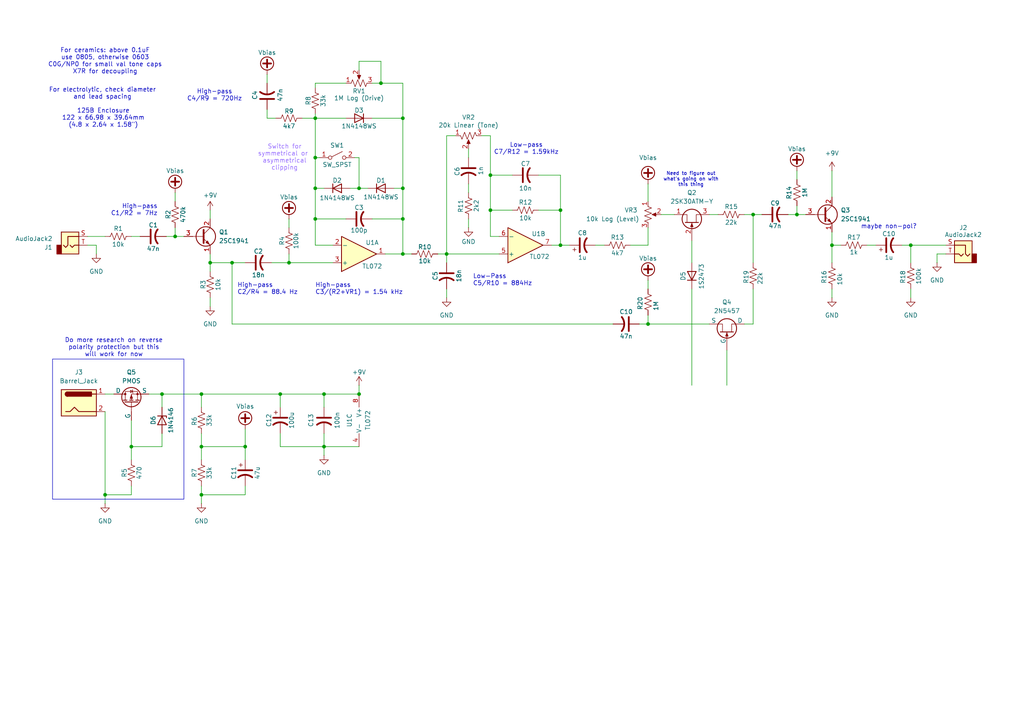
<source format=kicad_sch>
(kicad_sch (version 20250114) (generator "eeschema") (generator_version "9.0")
  (paper "A4")
  (lib_symbols
    (symbol "Amplifier_Operational:TL072" (pin_names (offset 0.127))
      (property "Reference" "U" (at 0 5.08 0))
      (property "Value" "TL072" (at 0 -5.08 0))
      (symbol "TL072_1_1"
        (polyline (pts (xy -5.08 5.08) (xy 5.08 0) (xy -5.08 -5.08) (xy -5.08 5.08)) (stroke (width 0.254)) (fill (type background)))
        (pin input line (at -7.62 2.54 0) (length 2.54) (name "+") (number "3"))
        (pin input line (at -7.62 -2.54 0) (length 2.54) (name "-") (number "2"))
        (pin output line (at 7.62 0 180) (length 2.54) (name "~") (number "1"))
      )
      (symbol "TL072_2_1"
        (polyline (pts (xy -5.08 5.08) (xy 5.08 0) (xy -5.08 -5.08) (xy -5.08 5.08)) (stroke (width 0.254)) (fill (type background)))
        (pin input line (at -7.62 2.54 0) (length 2.54) (name "+") (number "5"))
        (pin input line (at -7.62 -2.54 0) (length 2.54) (name "-") (number "6"))
        (pin output line (at 7.62 0 180) (length 2.54) (name "~") (number "7"))
      )
      (symbol "TL072_3_1"
        (pin power_in line (at -2.54 7.62 270) (length 3.81) (name "V+") (number "8"))
        (pin power_in line (at -2.54 -7.62 90) (length 3.81) (name "V-") (number "4"))
      )
    )
    (symbol "Connector:Barrel_Jack" (pin_names (offset 1.016))
      (property "Reference" "J" (at 0 5.334 0))
      (property "Value" "Barrel_Jack" (at 0 -5.08 0))
      (symbol "Barrel_Jack_0_1"
        (rectangle (start -5.08 3.81) (end 5.08 -3.81) (stroke (width 0.254)) (fill (type background)))
        (polyline (pts (xy -3.81 -2.54) (xy -2.54 -2.54) (xy -1.27 -1.27) (xy 0 -2.54) (xy 2.54 -2.54) (xy 5.08 -2.54)) (stroke (width 0.254)))
        (arc (start -3.302 1.905) (mid -3.9343 2.54) (end -3.302 3.175) (stroke (width 0.254)))
        (arc (start -3.302 1.905) (mid -3.9343 2.54) (end -3.302 3.175) (stroke (width 0.254)) (fill (type outline)))
        (rectangle (start 3.683 3.175) (end -3.302 1.905) (stroke (width 0.254)) (fill (type outline)))
        (polyline (pts (xy 5.08 2.54) (xy 3.81 2.54)) (stroke (width 0.254)))
      )
      (symbol "Barrel_Jack_1_1"
        (pin passive line (at 7.62 2.54 180) (length 2.54) (name "~") (number "1"))
        (pin passive line (at 7.62 -2.54 180) (length 2.54) (name "~") (number "2"))
      )
    )
    (symbol "Connector_Audio:AudioJack2"
      (property "Reference" "J" (at 0 8.89 0))
      (property "Value" "AudioJack2" (at 0 6.35 0))
      (symbol "AudioJack2_0_1"
        (rectangle (start -3.81 0) (end -2.54 -2.54) (stroke (width 0.254)) (fill (type outline)))
        (rectangle (start -2.54 3.81) (end 2.54 -2.54) (stroke (width 0.254)) (fill (type background)))
        (polyline (pts (xy 0 0) (xy 0.635 -0.635) (xy 1.27 0) (xy 2.54 0)) (stroke (width 0.254)))
        (polyline (pts (xy 2.54 2.54) (xy -0.635 2.54) (xy -0.635 0) (xy -1.27 -0.635) (xy -1.905 0)) (stroke (width 0.254)))
      )
      (symbol "AudioJack2_1_1"
        (pin passive line (at 5.08 2.54 180) (length 2.54) (name "~") (number "S"))
        (pin passive line (at 5.08 0 180) (length 2.54) (name "~") (number "T"))
      )
    )
    (symbol "Device:C_Polarized_US" (pin_numbers (hide yes)) (pin_names (offset 0.254) (hide yes))
      (property "Reference" "C" (at 0.635 2.54 0))
      (property "Value" "C_Polarized_US" (at 0.635 -2.54 0))
      (symbol "C_Polarized_US_0_1"
        (polyline (pts (xy -2.032 0.762) (xy 2.032 0.762)) (stroke (width 0.508)))
        (polyline (pts (xy -1.778 2.286) (xy -0.762 2.286)))
        (polyline (pts (xy -1.27 1.778) (xy -1.27 2.794)))
        (arc (start -2.032 -1.27) (mid 0 -0.5572) (end 2.032 -1.27) (stroke (width 0.508)))
      )
      (symbol "C_Polarized_US_1_1"
        (pin passive line (at 0 3.81 270) (length 2.794) (name "~") (number "1"))
        (pin passive line (at 0 -3.81 90) (length 3.302) (name "~") (number "2"))
      )
    )
    (symbol "Device:C_US" (pin_numbers (hide yes)) (pin_names (offset 0.254) (hide yes))
      (property "Reference" "C" (at 0.635 2.54 0))
      (property "Value" "C_US" (at 0.635 -2.54 0))
      (symbol "C_US_0_1"
        (polyline (pts (xy -2.032 0.762) (xy 2.032 0.762)) (stroke (width 0.508)))
        (arc (start -2.032 -1.27) (mid 0 -0.5572) (end 2.032 -1.27) (stroke (width 0.508)))
      )
      (symbol "C_US_1_1"
        (pin passive line (at 0 3.81 270) (length 2.794) (name "~") (number "1"))
        (pin passive line (at 0 -3.81 90) (length 3.302) (name "~") (number "2"))
      )
    )
    (symbol "Device:D" (pin_numbers (hide yes)) (pin_names (offset 1.016) (hide yes))
      (property "Reference" "D" (at 0 2.54 0))
      (property "Value" "D" (at 0 -2.54 0))
      (symbol "D_0_1"
        (polyline (pts (xy -1.27 1.27) (xy -1.27 -1.27)) (stroke (width 0.254)))
        (polyline (pts (xy 1.27 1.27) (xy 1.27 -1.27) (xy -1.27 0) (xy 1.27 1.27)) (stroke (width 0.254)))
        (polyline (pts (xy 1.27 0) (xy -1.27 0)))
      )
      (symbol "D_1_1"
        (pin passive line (at -3.81 0 0) (length 2.54) (name "K") (number "1"))
        (pin passive line (at 3.81 0 180) (length 2.54) (name "A") (number "2"))
      )
    )
    (symbol "Device:D_Zener" (pin_numbers (hide yes)) (pin_names (offset 1.016) (hide yes))
      (property "Reference" "D" (at 0 2.54 0))
      (property "Value" "D_Zener" (at 0 -2.54 0))
      (symbol "D_Zener_0_1"
        (polyline (pts (xy -1.27 -1.27) (xy -1.27 1.27) (xy -0.762 1.27)) (stroke (width 0.254)))
        (polyline (pts (xy 1.27 0) (xy -1.27 0)))
        (polyline (pts (xy 1.27 -1.27) (xy 1.27 1.27) (xy -1.27 0) (xy 1.27 -1.27)) (stroke (width 0.254)))
      )
      (symbol "D_Zener_1_1"
        (pin passive line (at -3.81 0 0) (length 2.54) (name "K") (number "1"))
        (pin passive line (at 3.81 0 180) (length 2.54) (name "A") (number "2"))
      )
    )
    (symbol "Device:Q_NJFET_DGS" (pin_names (offset 0) (hide yes))
      (property "Reference" "Q" (at 5.08 1.27 0))
      (property "Value" "Q_NJFET_DGS" (at 5.08 -1.27 0))
      (symbol "Q_NJFET_DGS_0_1"
        (polyline (pts (xy 0 0) (xy -1.016 0.381) (xy -1.016 -0.381) (xy 0 0)) (fill (type outline)))
        (polyline (pts (xy 0.254 1.905) (xy 0.254 -1.905) (xy 0.254 -1.905)) (stroke (width 0.254)))
        (circle (center 1.27 0) (radius 2.8194) (stroke (width 0.254)))
        (polyline (pts (xy 2.54 2.54) (xy 2.54 1.397) (xy 0.254 1.397)))
        (polyline (pts (xy 2.54 -2.54) (xy 2.54 -1.27) (xy 0.254 -1.27)))
      )
      (symbol "Q_NJFET_DGS_1_1"
        (pin input line (at -5.08 0 0) (length 5.334) (name "G") (number "2"))
        (pin passive line (at 2.54 5.08 270) (length 2.54) (name "D") (number "1"))
        (pin passive line (at 2.54 -5.08 90) (length 2.54) (name "S") (number "3"))
      )
    )
    (symbol "Device:R_Potentiometer_US" (pin_names (offset 1.016) (hide yes))
      (property "Reference" "RV" (at -4.445 0 90))
      (property "Value" "R_Potentiometer_US" (at -2.54 0 90))
      (symbol "R_Potentiometer_US_0_1"
        (polyline (pts (xy 0 2.54) (xy 0 2.286)))
        (polyline (pts (xy 0 2.286) (xy 1.016 1.905) (xy 0 1.524) (xy -1.016 1.143) (xy 0 0.762)))
        (polyline (pts (xy 0 0.762) (xy 1.016 0.381) (xy 0 0) (xy -1.016 -0.381) (xy 0 -0.762)))
        (polyline (pts (xy 0 -0.762) (xy 1.016 -1.143) (xy 0 -1.524) (xy -1.016 -1.905) (xy 0 -2.286)))
        (polyline (pts (xy 0 -2.286) (xy 0 -2.54)))
        (polyline (pts (xy 1.143 0) (xy 2.286 0.508) (xy 2.286 -0.508) (xy 1.143 0)) (fill (type outline)))
        (polyline (pts (xy 2.54 0) (xy 1.524 0)))
      )
      (symbol "R_Potentiometer_US_1_1"
        (pin passive line (at 0 3.81 270) (length 1.27) (name "1") (number "1"))
        (pin passive line (at 0 -3.81 90) (length 1.27) (name "3") (number "3"))
        (pin passive line (at 3.81 0 180) (length 1.27) (name "2") (number "2"))
      )
    )
    (symbol "Device:R_US" (pin_numbers (hide yes)) (pin_names (offset 0))
      (property "Reference" "R" (at 2.54 0 90))
      (property "Value" "R_US" (at -2.54 0 90))
      (symbol "R_US_0_1"
        (polyline (pts (xy 0 2.286) (xy 0 2.54)))
        (polyline (pts (xy 0 2.286) (xy 1.016 1.905) (xy 0 1.524) (xy -1.016 1.143) (xy 0 0.762)))
        (polyline (pts (xy 0 0.762) (xy 1.016 0.381) (xy 0 0) (xy -1.016 -0.381) (xy 0 -0.762)))
        (polyline (pts (xy 0 -0.762) (xy 1.016 -1.143) (xy 0 -1.524) (xy -1.016 -1.905) (xy 0 -2.286)))
        (polyline (pts (xy 0 -2.286) (xy 0 -2.54)))
      )
      (symbol "R_US_1_1"
        (pin passive line (at 0 3.81 270) (length 1.27) (name "~") (number "1"))
        (pin passive line (at 0 -3.81 90) (length 1.27) (name "~") (number "2"))
      )
    )
    (symbol "Diode:1N4148WS" (pin_numbers (hide yes)) (pin_names (hide yes))
      (property "Reference" "D" (at 0 2.54 0))
      (property "Value" "1N4148WS" (at 0 -2.54 0))
      (symbol "1N4148WS_0_1"
        (polyline (pts (xy -1.27 1.27) (xy -1.27 -1.27)) (stroke (width 0.254)))
        (polyline (pts (xy 1.27 1.27) (xy 1.27 -1.27) (xy -1.27 0) (xy 1.27 1.27)) (stroke (width 0.254)))
        (polyline (pts (xy 1.27 0) (xy -1.27 0)))
      )
      (symbol "1N4148WS_1_1"
        (pin passive line (at -3.81 0 0) (length 2.54) (name "K") (number "1"))
        (pin passive line (at 3.81 0 180) (length 2.54) (name "A") (number "2"))
      )
    )
    (symbol "Simulation_SPICE:NJFET" (pin_numbers (hide yes)) (pin_names (offset 0))
      (property "Reference" "Q" (at 5.08 1.27 0))
      (property "Value" "NJFET" (at 5.08 -1.27 0))
      (symbol "NJFET_0_1"
        (polyline (pts (xy 0 0) (xy -1.016 0.381) (xy -1.016 -0.381) (xy 0 0)) (fill (type outline)))
        (polyline (pts (xy 0.254 1.905) (xy 0.254 -1.905) (xy 0.254 -1.905)) (stroke (width 0.254)))
        (circle (center 1.27 0) (radius 2.8194) (stroke (width 0.254)))
        (polyline (pts (xy 2.54 2.54) (xy 2.54 1.397) (xy 0.254 1.397)))
        (polyline (pts (xy 2.54 -2.54) (xy 2.54 -1.27) (xy 0.254 -1.27)))
      )
      (symbol "NJFET_1_1"
        (pin input line (at -5.08 0 0) (length 5.334) (name "G") (number "2"))
        (pin passive line (at 2.54 5.08 270) (length 2.54) (name "D") (number "1"))
        (pin passive line (at 2.54 -5.08 90) (length 2.54) (name "S") (number "3"))
      )
    )
    (symbol "Simulation_SPICE:PMOS" (pin_numbers (hide yes)) (pin_names (offset 0))
      (property "Reference" "Q" (at 5.08 1.27 0))
      (property "Value" "PMOS" (at 5.08 -1.27 0))
      (symbol "PMOS_0_1"
        (polyline (pts (xy 0.254 1.905) (xy 0.254 -1.905)) (stroke (width 0.254)))
        (polyline (pts (xy 0.254 0) (xy -2.54 0)))
        (polyline (pts (xy 0.762 2.286) (xy 0.762 1.27)) (stroke (width 0.254)))
        (polyline (pts (xy 0.762 1.778) (xy 3.302 1.778) (xy 3.302 -1.778) (xy 0.762 -1.778)))
        (polyline (pts (xy 0.762 0.508) (xy 0.762 -0.508)) (stroke (width 0.254)))
        (polyline (pts (xy 0.762 -1.27) (xy 0.762 -2.286)) (stroke (width 0.254)))
        (circle (center 1.651 0) (radius 2.794) (stroke (width 0.254)))
        (polyline (pts (xy 2.286 0) (xy 1.27 0.381) (xy 1.27 -0.381) (xy 2.286 0)) (fill (type outline)))
        (polyline (pts (xy 2.54 2.54) (xy 2.54 1.778)))
        (circle (center 2.54 1.778) (radius 0.254) (fill (type outline)))
        (circle (center 2.54 -1.778) (radius 0.254) (fill (type outline)))
        (polyline (pts (xy 2.54 -2.54) (xy 2.54 0) (xy 0.762 0)))
        (polyline (pts (xy 2.794 -0.508) (xy 2.921 -0.381) (xy 3.683 -0.381) (xy 3.81 -0.254)))
        (polyline (pts (xy 3.302 -0.381) (xy 2.921 0.254) (xy 3.683 0.254) (xy 3.302 -0.381)))
      )
      (symbol "PMOS_1_1"
        (pin input line (at -5.08 0 0) (length 2.54) (name "G") (number "2"))
        (pin passive line (at 2.54 5.08 270) (length 2.54) (name "D") (number "1"))
        (pin passive line (at 2.54 -5.08 90) (length 2.54) (name "S") (number "3"))
      )
    )
    (symbol "Switch:SW_SPST" (pin_names (offset 0) (hide yes))
      (property "Reference" "SW" (at 0 3.175 0))
      (property "Value" "SW_SPST" (at 0 -2.54 0))
      (symbol "SW_SPST_0_0"
        (circle (center -2.032 0) (radius 0.508))
        (polyline (pts (xy -1.524 0.254) (xy 1.524 1.778)))
        (circle (center 2.032 0) (radius 0.508))
      )
      (symbol "SW_SPST_1_1"
        (pin passive line (at -5.08 0 0) (length 2.54) (name "A") (number "1"))
        (pin passive line (at 5.08 0 180) (length 2.54) (name "B") (number "2"))
      )
    )
    (symbol "Transistor_BJT:2SC1941" (pin_names (offset 0) (hide yes))
      (property "Reference" "Q" (at 5.08 1.905 0))
      (property "Value" "2SC1941" (at 5.08 0 0))
      (symbol "2SC1941_0_1"
        (polyline (pts (xy -2.54 0) (xy 0.635 0)))
        (polyline (pts (xy 0.635 1.905) (xy 0.635 -1.905)) (stroke (width 0.508)))
        (circle (center 1.27 0) (radius 2.8194) (stroke (width 0.254)))
      )
      (symbol "2SC1941_1_1"
        (polyline (pts (xy 0.635 0.635) (xy 2.54 2.54)))
        (polyline (pts (xy 0.635 -0.635) (xy 2.54 -2.54)))
        (polyline (pts (xy 1.27 -1.778) (xy 1.778 -1.27) (xy 2.286 -2.286) (xy 1.27 -1.778)) (fill (type outline)))
        (pin input line (at -5.08 0 0) (length 2.54) (name "B") (number "3"))
        (pin passive line (at 2.54 5.08 270) (length 2.54) (name "C") (number "2"))
        (pin passive line (at 2.54 -5.08 90) (length 2.54) (name "E") (number "1"))
      )
    )
    (symbol "power:+9V" (power) (pin_numbers (hide yes)) (pin_names (offset 0) (hide yes))
      (property "Value" "+9V" (at 0 3.556 0))
      (symbol "+9V_0_1"
        (polyline (pts (xy -0.762 1.27) (xy 0 2.54)))
        (polyline (pts (xy 0 2.54) (xy 0.762 1.27)))
        (polyline (pts (xy 0 0) (xy 0 2.54)))
      )
      (symbol "+9V_1_1"
        (pin power_in line (at 0 0 90) (length 0) (name "~") (number "1"))
      )
    )
    (symbol "power:+VDC" (power) (pin_numbers (hide yes)) (pin_names (offset 0) (hide yes))
      (property "Value" "+VDC" (at 0 6.35 0))
      (symbol "+VDC_0_1"
        (polyline (pts (xy -1.143 3.175) (xy 1.143 3.175)) (stroke (width 0.508)))
        (circle (center 0 3.175) (radius 1.905) (stroke (width 0.254)))
        (polyline (pts (xy 0 2.032) (xy 0 4.318)) (stroke (width 0.508)))
        (polyline (pts (xy 0 0) (xy 0 1.27)))
      )
      (symbol "+VDC_1_1"
        (pin power_in line (at 0 0 90) (length 0) (name "~") (number "1"))
      )
    )
    (symbol "power:GND" (power) (pin_numbers (hide yes)) (pin_names (offset 0) (hide yes))
      (property "Value" "GND" (at 0 -3.81 0))
      (symbol "GND_0_1"
        (polyline (pts (xy 0 0) (xy 0 -1.27) (xy 1.27 -1.27) (xy 0 -2.54) (xy -1.27 -1.27) (xy 0 -1.27)))
      )
      (symbol "GND_1_1"
        (pin power_in line (at 0 0 270) (length 0) (name "~") (number "1"))
      )
    )
  )
  (rectangle (start 15.24 104.14) (end 53.34 144.78))
  (text "For ceramics: above 0.1uF\nuse 0805, otherwise 0603\nC0G/NP0 for small val tone caps\nX7R for decoupling\n" (at 30.48 17.78 0) (effects (font (size 1.27 1.27))))
  (text "Low-pass\nC7/R12 = 1.59kHz" (at 152.654 43.18 0) (effects (font (size 1.27 1.27))))
  (text "High-pass\nC1/R2 = 7Hz" (at 45.72 60.96 0) (effects (font (size 1.27 1.27)) (justify right)))
  (text "125B Enclosure\n122 x 66.98 x 39.64mm\n(4.8 x 2.64 x 1.58\")" (at 29.972 34.29 0) (effects (font (size 1.27 1.27))))
  (text "Do more research on reverse\npolarity protection but this\nwill work for now" (at 33.02 100.838 0) (effects (font (size 1.27 1.27))))
  (text "High-pass\nC3/(R2+VR1) = 1.54 kHz" (at 91.44 83.82 0) (effects (font (size 1.27 1.27)) (justify left)))
  (text "maybe non-pol?" (at 257.81 65.786 0) (effects (font (size 1.27 1.27))))
  (text "Need to figure out\nwhat's going on with\nthis thing" (at 200.406 52.07 0) (effects (font (size 1 1))))
  (text "For electrolytic, check diameter\nand lead spacing" (at 29.718 27.178 0) (effects (font (size 1.27 1.27))))
  (text "Low-Pass\nC5/R10 = 884Hz" (at 137.16 81.28 0) (effects (font (size 1.27 1.27)) (justify left)))
  (text "Switch for\nsymmetrical or \nasymmetrical\nclipping" (at 82.55 45.72 0) (effects (font (size 1.27 1.27))))
  (text "High-pass\nC2/R4 = 88.4 Hz" (at 68.834 83.82 0) (effects (font (size 1.27 1.27)) (justify left)))
  (text "High-pass\nC4/R9 = 720Hz" (at 62.23 27.686 0) (effects (font (size 1.27 1.27))))
  (junction (at 104.14 114.3))
  (junction (at 104.14 54.61))
  (junction (at 116.84 54.61))
  (junction (at 116.84 34.29))
  (junction (at 30.48 143.51))
  (junction (at 162.56 60.96))
  (junction (at 142.24 50.8))
  (junction (at 162.56 71.12))
  (junction (at 129.54 73.66))
  (junction (at 50.8 68.58))
  (junction (at 58.42 114.3))
  (junction (at 91.44 34.29))
  (junction (at 142.24 60.96))
  (junction (at 83.82 76.2))
  (junction (at 46.99 114.3))
  (junction (at 187.96 93.98))
  (junction (at 264.16 71.12))
  (junction (at 58.42 129.54))
  (junction (at 60.96 76.2))
  (junction (at 71.12 129.54))
  (junction (at 218.44 62.23))
  (junction (at 241.3 71.12))
  (junction (at 116.84 73.66))
  (junction (at 91.44 54.61))
  (junction (at 231.14 62.23))
  (junction (at 91.44 45.72))
  (junction (at 91.44 63.5))
  (junction (at 67.31 76.2))
  (junction (at 38.1 129.54))
  (junction (at 81.28 114.3))
  (junction (at 93.98 114.3))
  (junction (at 93.98 129.54))
  (junction (at 116.84 63.5))
  (junction (at 58.42 143.51))
  (junction (at 110.49 24.13))
  (wire (pts (xy 116.84 24.13) (xy 116.84 34.29)))
  (wire (pts (xy 91.44 24.13) (xy 100.33 24.13)))
  (wire (pts (xy 162.56 71.12) (xy 165.1 71.12)))
  (wire (pts (xy 93.98 114.3) (xy 104.14 114.3)))
  (wire (pts (xy 58.42 118.11) (xy 58.42 114.3)))
  (wire (pts (xy 30.48 119.38) (xy 30.48 143.51)))
  (wire (pts (xy 104.14 111.76) (xy 104.14 114.3)))
  (wire (pts (xy 218.44 62.23) (xy 218.44 76.2)))
  (wire (pts (xy 91.44 63.5) (xy 100.33 63.5)))
  (wire (pts (xy 30.48 114.3) (xy 33.02 114.3)))
  (wire (pts (xy 91.44 45.72) (xy 91.44 54.61)))
  (wire (pts (xy 58.42 143.51) (xy 58.42 146.05)))
  (wire (pts (xy 187.96 93.98) (xy 185.42 93.98)))
  (wire (pts (xy 200.66 83.82) (xy 200.66 111.76)))
  (wire (pts (xy 30.48 143.51) (xy 30.48 146.05)))
  (wire (pts (xy 135.89 53.34) (xy 135.89 55.88)))
  (wire (pts (xy 205.74 62.23) (xy 208.28 62.23)))
  (wire (pts (xy 58.42 140.97) (xy 58.42 143.51)))
  (wire (pts (xy 50.8 68.58) (xy 53.34 68.58)))
  (wire (pts (xy 187.96 91.44) (xy 187.96 93.98)))
  (wire (pts (xy 264.16 71.12) (xy 274.32 71.12)))
  (wire (pts (xy 187.96 53.34) (xy 187.96 58.42)))
  (wire (pts (xy 114.3 54.61) (xy 116.84 54.61)))
  (wire (pts (xy 142.24 68.58) (xy 144.78 68.58)))
  (wire (pts (xy 107.95 34.29) (xy 116.84 34.29)))
  (wire (pts (xy 78.74 76.2) (xy 83.82 76.2)))
  (wire (pts (xy 25.4 71.12) (xy 27.94 71.12)))
  (wire (pts (xy 58.42 114.3) (xy 81.28 114.3)))
  (wire (pts (xy 241.3 83.82) (xy 241.3 86.36)))
  (wire (pts (xy 104.14 17.78) (xy 110.49 17.78)))
  (wire (pts (xy 46.99 129.54) (xy 46.99 125.73)))
  (wire (pts (xy 116.84 54.61) (xy 116.84 63.5)))
  (wire (pts (xy 191.77 62.23) (xy 195.58 62.23)))
  (wire (pts (xy 38.1 68.58) (xy 40.64 68.58)))
  (wire (pts (xy 231.14 59.69) (xy 231.14 62.23)))
  (wire (pts (xy 129.54 39.37) (xy 132.08 39.37)))
  (wire (pts (xy 60.96 76.2) (xy 60.96 78.74)))
  (wire (pts (xy 129.54 73.66) (xy 144.78 73.66)))
  (wire (pts (xy 162.56 60.96) (xy 162.56 50.8)))
  (wire (pts (xy 60.96 73.66) (xy 60.96 76.2)))
  (wire (pts (xy 91.44 33.02) (xy 91.44 34.29)))
  (wire (pts (xy 142.24 60.96) (xy 148.59 60.96)))
  (wire (pts (xy 129.54 39.37) (xy 129.54 73.66)))
  (wire (pts (xy 60.96 86.36) (xy 60.96 88.9)))
  (wire (pts (xy 77.47 34.29) (xy 77.47 31.75)))
  (wire (pts (xy 116.84 63.5) (xy 116.84 73.66)))
  (wire (pts (xy 177.8 93.98) (xy 67.31 93.98)))
  (wire (pts (xy 67.31 76.2) (xy 71.12 76.2)))
  (wire (pts (xy 81.28 114.3) (xy 93.98 114.3)))
  (wire (pts (xy 187.96 71.12) (xy 182.88 71.12)))
  (wire (pts (xy 25.4 68.58) (xy 30.48 68.58)))
  (wire (pts (xy 104.14 20.32) (xy 104.14 17.78)))
  (wire (pts (xy 210.82 101.6) (xy 210.82 111.76)))
  (wire (pts (xy 162.56 71.12) (xy 162.56 60.96)))
  (wire (pts (xy 241.3 71.12) (xy 241.3 76.2)))
  (wire (pts (xy 67.31 76.2) (xy 67.31 93.98)))
  (wire (pts (xy 50.8 66.04) (xy 50.8 68.58)))
  (wire (pts (xy 218.44 62.23) (xy 220.98 62.23)))
  (wire (pts (xy 60.96 60.96) (xy 60.96 63.5)))
  (wire (pts (xy 46.99 114.3) (xy 46.99 118.11)))
  (wire (pts (xy 274.32 73.66) (xy 271.78 73.66)))
  (wire (pts (xy 93.98 129.54) (xy 104.14 129.54)))
  (wire (pts (xy 91.44 54.61) (xy 91.44 63.5)))
  (wire (pts (xy 142.24 60.96) (xy 142.24 68.58)))
  (wire (pts (xy 205.74 93.98) (xy 187.96 93.98)))
  (wire (pts (xy 127 73.66) (xy 129.54 73.66)))
  (wire (pts (xy 218.44 83.82) (xy 218.44 93.98)))
  (wire (pts (xy 104.14 45.72) (xy 102.87 45.72)))
  (wire (pts (xy 83.82 73.66) (xy 83.82 76.2)))
  (wire (pts (xy 111.76 73.66) (xy 116.84 73.66)))
  (wire (pts (xy 48.26 68.58) (xy 50.8 68.58)))
  (wire (pts (xy 38.1 129.54) (xy 38.1 133.35)))
  (wire (pts (xy 104.14 54.61) (xy 106.68 54.61)))
  (wire (pts (xy 58.42 125.73) (xy 58.42 129.54)))
  (wire (pts (xy 135.89 63.5) (xy 135.89 66.04)))
  (wire (pts (xy 233.68 62.23) (xy 231.14 62.23)))
  (wire (pts (xy 93.98 129.54) (xy 93.98 132.08)))
  (wire (pts (xy 139.7 39.37) (xy 142.24 39.37)))
  (wire (pts (xy 261.62 71.12) (xy 264.16 71.12)))
  (wire (pts (xy 142.24 50.8) (xy 148.59 50.8)))
  (wire (pts (xy 77.47 34.29) (xy 80.01 34.29)))
  (wire (pts (xy 116.84 34.29) (xy 116.84 54.61)))
  (wire (pts (xy 200.66 69.85) (xy 200.66 76.2)))
  (wire (pts (xy 110.49 24.13) (xy 116.84 24.13)))
  (wire (pts (xy 71.12 129.54) (xy 71.12 133.35)))
  (wire (pts (xy 129.54 83.82) (xy 129.54 86.36)))
  (wire (pts (xy 91.44 45.72) (xy 92.71 45.72)))
  (wire (pts (xy 87.63 34.29) (xy 91.44 34.29)))
  (wire (pts (xy 231.14 49.53) (xy 231.14 52.07)))
  (wire (pts (xy 156.21 60.96) (xy 162.56 60.96)))
  (wire (pts (xy 160.02 71.12) (xy 162.56 71.12)))
  (wire (pts (xy 104.14 45.72) (xy 104.14 54.61)))
  (wire (pts (xy 60.96 76.2) (xy 67.31 76.2)))
  (wire (pts (xy 91.44 63.5) (xy 91.44 71.12)))
  (wire (pts (xy 129.54 73.66) (xy 129.54 76.2)))
  (wire (pts (xy 107.95 24.13) (xy 110.49 24.13)))
  (wire (pts (xy 81.28 129.54) (xy 93.98 129.54)))
  (wire (pts (xy 81.28 114.3) (xy 81.28 118.11)))
  (wire (pts (xy 46.99 114.3) (xy 58.42 114.3)))
  (wire (pts (xy 172.72 71.12) (xy 175.26 71.12)))
  (wire (pts (xy 187.96 66.04) (xy 187.96 71.12)))
  (wire (pts (xy 58.42 129.54) (xy 58.42 133.35)))
  (wire (pts (xy 38.1 121.92) (xy 38.1 129.54)))
  (wire (pts (xy 110.49 17.78) (xy 110.49 24.13)))
  (wire (pts (xy 116.84 73.66) (xy 119.38 73.66)))
  (wire (pts (xy 187.96 81.28) (xy 187.96 83.82)))
  (wire (pts (xy 81.28 125.73) (xy 81.28 129.54)))
  (wire (pts (xy 58.42 143.51) (xy 71.12 143.51)))
  (wire (pts (xy 58.42 129.54) (xy 71.12 129.54)))
  (wire (pts (xy 77.47 21.59) (xy 77.47 24.13)))
  (wire (pts (xy 93.98 125.73) (xy 93.98 129.54)))
  (wire (pts (xy 264.16 83.82) (xy 264.16 86.36)))
  (wire (pts (xy 96.52 71.12) (xy 91.44 71.12)))
  (wire (pts (xy 71.12 124.46) (xy 71.12 129.54)))
  (wire (pts (xy 46.99 129.54) (xy 38.1 129.54)))
  (wire (pts (xy 107.95 63.5) (xy 116.84 63.5)))
  (wire (pts (xy 241.3 71.12) (xy 243.84 71.12)))
  (wire (pts (xy 91.44 34.29) (xy 100.33 34.29)))
  (wire (pts (xy 50.8 55.88) (xy 50.8 58.42)))
  (wire (pts (xy 91.44 25.4) (xy 91.44 24.13)))
  (wire (pts (xy 101.6 54.61) (xy 104.14 54.61)))
  (wire (pts (xy 156.21 50.8) (xy 162.56 50.8)))
  (wire (pts (xy 241.3 67.31) (xy 241.3 71.12)))
  (wire (pts (xy 83.82 63.5) (xy 83.82 66.04)))
  (wire (pts (xy 93.98 114.3) (xy 93.98 118.11)))
  (wire (pts (xy 71.12 143.51) (xy 71.12 140.97)))
  (wire (pts (xy 93.98 54.61) (xy 91.44 54.61)))
  (wire (pts (xy 215.9 62.23) (xy 218.44 62.23)))
  (wire (pts (xy 30.48 143.51) (xy 38.1 143.51)))
  (wire (pts (xy 142.24 39.37) (xy 142.24 50.8)))
  (wire (pts (xy 27.94 71.12) (xy 27.94 73.66)))
  (wire (pts (xy 135.89 43.18) (xy 135.89 45.72)))
  (wire (pts (xy 241.3 49.53) (xy 241.3 57.15)))
  (wire (pts (xy 251.46 71.12) (xy 254 71.12)))
  (wire (pts (xy 228.6 62.23) (xy 231.14 62.23)))
  (wire (pts (xy 83.82 76.2) (xy 96.52 76.2)))
  (wire (pts (xy 142.24 50.8) (xy 142.24 60.96)))
  (wire (pts (xy 91.44 34.29) (xy 91.44 45.72)))
  (wire (pts (xy 264.16 71.12) (xy 264.16 76.2)))
  (wire (pts (xy 218.44 93.98) (xy 215.9 93.98)))
  (wire (pts (xy 38.1 143.51) (xy 38.1 140.97)))
  (wire (pts (xy 43.18 114.3) (xy 46.99 114.3)))
  (wire (pts (xy 271.78 73.66) (xy 271.78 76.2)))
  (symbol (lib_id "Device:R_US") (at 58.42 137.16 0) (unit 1)
    (property "Reference" "R7" (at 56.388 137.16 90))
    (property "Value" "33k" (at 60.706 137.16 90))
    (property "Footprint" "Resistor_SMD:R_0201_0603Metric" (effects (hide yes)))
    (property "Description" "Resistor, US symbol" (effects (hide yes)))
  )
  (symbol (lib_id "power:+9V") (at 241.3 49.53 0) (unit 1)
    (property "Reference" "#PWR015" (effects (hide yes)))
    (property "Value" "+9V" (at 241.3 44.45 0))
    (property "Description" "Power symbol creates a global label with name \"+9V\"" (effects (hide yes)))
  )
  (symbol (lib_id "Device:R_Potentiometer_US") (at 187.96 62.23 0) (unit 1)
    (property "Reference" "VR3" (at 184.912 60.96 0) (effects (justify right)))
    (property "Value" "10k Log (Level)" (at 185.42 63.5 0) (effects (justify right)))
    (property "Description" "Potentiometer, US symbol" (effects (hide yes)))
  )
  (symbol (lib_id "power:GND") (at 135.89 66.04 0) (unit 1)
    (property "Reference" "#PWR012" (effects (hide yes)))
    (property "Value" "GND" (at 135.89 70.104 0))
    (property "Description" "Power symbol creates a global label with name \"GND\" , ground" (effects (hide yes)))
  )
  (symbol (lib_id "Transistor_BJT:2SC1941") (at 58.42 68.58 0) (unit 1)
    (property "Reference" "Q1" (at 63.5 67.3099 0) (effects (justify left)))
    (property "Value" "2SC1941" (at 63.5 69.8499 0) (effects (justify left)))
    (property "Footprint" "Package_TO_SOT_THT:TO-92_Inline" (effects (hide yes)))
    (property "Datasheet" "http://rtellason.com/transdata/2sc1941.pdf" (effects (hide yes)))
    (property "Description" "50mA Ic, 160V Vce, Audio High Voltage NPN Transistor, TO-92" (effects (hide yes)))
  )
  (symbol (lib_id "Device:C_US") (at 152.4 50.8 90) (unit 1)
    (property "Reference" "C7" (at 152.4 47.498 90))
    (property "Value" "10n" (at 152.4 54.61 90))
    (property "Description" "capacitor, US symbol" (effects (hide yes)))
  )
  (symbol (lib_id "Connector:Barrel_Jack") (at 22.86 116.84 0) (unit 1)
    (property "Reference" "J3" (at 22.86 107.95 0))
    (property "Value" "Barrel_Jack" (at 22.86 110.49 0))
    (property "Description" "DC Barrel Jack" (effects (hide yes)))
  )
  (symbol (lib_id "Device:R_US") (at 241.3 80.01 0) (unit 1)
    (property "Reference" "R16" (at 239.014 82.296 90) (effects (justify left)))
    (property "Value" "10k" (at 243.586 82.804 90) (effects (justify left)))
    (property "Description" "Resistor, US symbol" (effects (hide yes)))
  )
  (symbol (lib_id "Diode:1N4148WS") (at 97.79 54.61 0) (mirror x) (unit 1)
    (property "Reference" "D2" (at 97.79 52.324 0))
    (property "Value" "1N4148WS" (at 97.79 57.404 0))
    (property "Footprint" "Diode_SMD:D_SOD-323" (effects (hide yes)))
    (property "Datasheet" "https://www.vishay.com/docs/85751/1n4148ws.pdf" (effects (hide yes)))
    (property "Description" "75V 0.15A Fast switching Diode, SOD-323" (effects (hide yes)))
    (property "Sim.Device" "D" (effects (hide yes)))
    (property "Sim.Pins" "1=K 2=A" (effects (hide yes)))
  )
  (symbol (lib_id "Amplifier_Operational:TL072") (at 104.14 73.66 0) (mirror x) (unit 1)
    (property "Reference" "U1" (at 107.95 70.358 0))
    (property "Value" "TL072" (at 107.95 77.216 0))
    (property "Datasheet" "http://www.ti.com/lit/ds/symlink/tl071.pdf" (effects (hide yes)))
    (property "Description" "Dual Low-Noise JFET-Input Operational Amplifiers, DIP-8/SOIC-8" (effects (hide yes)))
  )
  (symbol (lib_id "Device:C_US") (at 104.14 63.5 90) (unit 1)
    (property "Reference" "C3" (at 104.14 60.198 90))
    (property "Value" "100p" (at 104.14 66.802 90))
    (property "Description" "capacitor, US symbol" (effects (hide yes)))
  )
  (symbol (lib_id "power:+VDC") (at 50.8 55.88 0) (unit 1)
    (property "Reference" "#PWR010" (effects (hide yes)))
    (property "Value" "Vbias" (at 50.8 49.53 0))
    (property "Description" "Power symbol creates a global label with name \"+VDC\"" (effects (hide yes)))
  )
  (symbol (lib_id "Device:R_US") (at 58.42 121.92 0) (unit 1)
    (property "Reference" "R6" (at 56.388 122.174 90))
    (property "Value" "33k" (at 60.706 121.92 90))
    (property "Footprint" "Resistor_SMD:R_0201_0603Metric" (effects (hide yes)))
    (property "Description" "Resistor, US symbol" (effects (hide yes)))
  )
  (symbol (lib_id "power:+VDC") (at 71.12 124.46 0) (unit 1)
    (property "Reference" "#PWR02" (effects (hide yes)))
    (property "Value" "Vbias" (at 71.12 117.856 0))
    (property "Description" "Power symbol creates a global label with name \"+VDC\"" (effects (hide yes)))
  )
  (symbol (lib_id "Device:Q_NJFET_DGS") (at 200.66 64.77 90) (unit 1)
    (property "Reference" "Q2" (at 200.66 55.88 90))
    (property "Value" "2SK30ATM-Y" (at 200.66 58.42 90))
    (property "Description" "N-JFET transistor, drain/gate/source" (effects (hide yes)))
  )
  (symbol (lib_id "power:GND") (at 93.98 132.08 0) (unit 1)
    (property "Reference" "#PWR08" (effects (hide yes)))
    (property "Value" "GND" (at 93.98 137.16 0))
    (property "Description" "Power symbol creates a global label with name \"GND\" , ground" (effects (hide yes)))
  )
  (symbol (lib_id "Device:C_Polarized_US") (at 168.91 71.12 90) (unit 1)
    (property "Reference" "C8" (at 168.91 67.564 90))
    (property "Value" "1u" (at 168.91 74.676 90))
    (property "Description" "Polarized capacitor, US symbol" (effects (hide yes)))
  )
  (symbol (lib_id "Simulation_SPICE:PMOS") (at 38.1 116.84 90) (unit 1)
    (property "Reference" "Q5" (at 38.1 107.95 90))
    (property "Value" "PMOS" (at 38.1 110.49 90))
    (property "Datasheet" "https://ngspice.sourceforge.io/docs/ngspice-html-manual/manual.xhtml#cha_MOSFETs" (effects (hide yes)))
    (property "Description" "P-MOSFET transistor, drain/source/gate" (effects (hide yes)))
    (property "Sim.Device" "PMOS" (effects (hide yes)))
    (property "Sim.Type" "VDMOS" (effects (hide yes)))
    (property "Sim.Pins" "1=D 2=G 3=S" (effects (hide yes)))
  )
  (symbol (lib_id "Transistor_BJT:2SC1941") (at 238.76 62.23 0) (unit 1)
    (property "Reference" "Q3" (at 243.84 60.9599 0) (effects (justify left)))
    (property "Value" "2SC1941" (at 243.84 63.4999 0) (effects (justify left)))
    (property "Footprint" "Package_TO_SOT_THT:TO-92_Inline" (effects (hide yes)))
    (property "Datasheet" "http://rtellason.com/transdata/2sc1941.pdf" (effects (hide yes)))
    (property "Description" "50mA Ic, 160V Vce, Audio High Voltage NPN Transistor, TO-92" (effects (hide yes)))
  )
  (symbol (lib_id "Simulation_SPICE:NJFET") (at 210.82 96.52 270) (mirror x) (unit 1)
    (property "Reference" "Q4" (at 210.82 87.63 90))
    (property "Value" "2N5457" (at 210.82 90.17 90))
    (property "Datasheet" "https://ngspice.sourceforge.io/docs/ngspice-html-manual/manual.xhtml#cha_JFETs" (effects (hide yes)))
    (property "Description" "N-JFET transistor, for simulation only" (effects (hide yes)))
    (property "Sim.Device" "NJFET" (effects (hide yes)))
    (property "Sim.Type" "SHICHMANHODGES" (effects (hide yes)))
    (property "Sim.Pins" "1=D 2=G 3=S" (effects (hide yes)))
  )
  (symbol (lib_id "power:+VDC") (at 187.96 81.28 0) (unit 1)
    (property "Reference" "#PWR018" (effects (hide yes)))
    (property "Value" "Vbias" (at 187.96 74.93 0))
    (property "Description" "Power symbol creates a global label with name \"+VDC\"" (effects (hide yes)))
  )
  (symbol (lib_id "power:GND") (at 58.42 146.05 0) (unit 1)
    (property "Reference" "#PWR04" (effects (hide yes)))
    (property "Value" "GND" (at 58.42 151.13 0))
    (property "Description" "Power symbol creates a global label with name \"GND\" , ground" (effects (hide yes)))
  )
  (symbol (lib_id "Device:C_US") (at 181.61 93.98 270) (unit 1)
    (property "Reference" "C10" (at 181.61 90.424 90))
    (property "Value" "47n" (at 181.61 97.536 90))
    (property "Description" "capacitor, US symbol" (effects (hide yes)))
  )
  (symbol (lib_id "Device:R_US") (at 50.8 62.23 0) (unit 1)
    (property "Reference" "R2" (at 48.768 62.23 90))
    (property "Value" "470k" (at 53.086 62.23 90))
    (property "Description" "Resistor, US symbol" (effects (hide yes)))
  )
  (symbol (lib_id "Device:C_Polarized_US") (at 257.81 71.12 90) (unit 1)
    (property "Reference" "C10" (at 257.81 67.818 90))
    (property "Value" "1u" (at 257.81 74.676 90))
    (property "Description" "Polarized capacitor, US symbol" (effects (hide yes)))
  )
  (symbol (lib_id "Device:R_US") (at 264.16 80.01 180) (unit 1)
    (property "Reference" "R18" (at 261.874 82.296 90) (effects (justify right)))
    (property "Value" "100k" (at 266.446 82.55 90) (effects (justify right)))
    (property "Description" "Resistor, US symbol" (effects (hide yes)))
  )
  (symbol (lib_id "power:+VDC") (at 187.96 53.34 0) (unit 1)
    (property "Reference" "#PWR013" (effects (hide yes)))
    (property "Value" "Vbias" (at 187.96 45.72 0))
    (property "Description" "Power symbol creates a global label with name \"+VDC\"" (effects (hide yes)))
  )
  (symbol (lib_id "power:GND") (at 60.96 88.9 0) (unit 1)
    (property "Reference" "#PWR05" (effects (hide yes)))
    (property "Value" "GND" (at 60.96 93.98 0))
    (property "Description" "Power symbol creates a global label with name \"GND\" , ground" (effects (hide yes)))
  )
  (symbol (lib_id "Device:R_US") (at 152.4 60.96 90) (unit 1)
    (property "Reference" "R12" (at 152.4 58.674 90))
    (property "Value" "10k" (at 152.4 63.246 90))
    (property "Footprint" "Resistor_SMD:R_0201_0603Metric" (effects (hide yes)))
    (property "Description" "Resistor, US symbol" (effects (hide yes)))
  )
  (symbol (lib_id "Device:R_US") (at 60.96 82.55 0) (unit 1)
    (property "Reference" "R3" (at 58.928 82.55 90))
    (property "Value" "10k" (at 63.246 82.55 90))
    (property "Description" "Resistor, US symbol" (effects (hide yes)))
  )
  (symbol (lib_id "Device:R_US") (at 34.29 68.58 90) (unit 1)
    (property "Reference" "R1" (at 34.29 66.294 90))
    (property "Value" "10k" (at 34.29 70.866 90))
    (property "Description" "Resistor, US symbol" (effects (hide yes)))
  )
  (symbol (lib_id "Device:R_US") (at 123.19 73.66 90) (unit 1)
    (property "Reference" "R10" (at 123.19 71.628 90))
    (property "Value" "10k" (at 123.19 75.692 90))
    (property "Description" "Resistor, US symbol" (effects (hide yes)))
  )
  (symbol (lib_id "Device:R_US") (at 135.89 59.69 0) (unit 1)
    (property "Reference" "R11" (at 133.604 61.722 90) (effects (justify left)))
    (property "Value" "2k2" (at 138.176 59.69 90))
    (property "Footprint" "Resistor_SMD:R_0201_0603Metric" (effects (hide yes)))
    (property "Description" "Resistor, US symbol" (effects (hide yes)))
  )
  (symbol (lib_id "Diode:1N4148WS") (at 110.49 54.61 0) (mirror x) (unit 1)
    (property "Reference" "D1" (at 110.49 52.324 0))
    (property "Value" "1N4148WS" (at 110.49 57.15 0))
    (property "Footprint" "Diode_SMD:D_SOD-323" (effects (hide yes)))
    (property "Datasheet" "https://www.vishay.com/docs/85751/1n4148ws.pdf" (effects (hide yes)))
    (property "Description" "75V 0.15A Fast switching Diode, SOD-323" (effects (hide yes)))
    (property "Sim.Device" "D" (effects (hide yes)))
    (property "Sim.Pins" "1=K 2=A" (effects (hide yes)))
  )
  (symbol (lib_id "Device:C_US") (at 224.79 62.23 90) (unit 1)
    (property "Reference" "C9" (at 224.79 58.928 90))
    (property "Value" "47n" (at 224.79 65.532 90))
    (property "Description" "capacitor, US symbol" (effects (hide yes)))
  )
  (symbol (lib_id "power:GND") (at 264.16 86.36 0) (unit 1)
    (property "Reference" "#PWR017" (effects (hide yes)))
    (property "Value" "GND" (at 264.16 91.44 0))
    (property "Description" "Power symbol creates a global label with name \"GND\" , ground" (effects (hide yes)))
  )
  (symbol (lib_id "power:GND") (at 129.54 86.36 0) (unit 1)
    (property "Reference" "#PWR011" (effects (hide yes)))
    (property "Value" "GND" (at 129.54 91.44 0))
    (property "Description" "Power symbol creates a global label with name \"GND\" , ground" (effects (hide yes)))
  )
  (symbol (lib_id "Device:R_US") (at 247.65 71.12 90) (unit 1)
    (property "Reference" "R17" (at 247.65 68.834 90))
    (property "Value" "1k" (at 247.65 73.152 90))
    (property "Description" "Resistor, US symbol" (effects (hide yes)))
  )
  (symbol (lib_id "power:+VDC") (at 83.82 63.5 0) (unit 1)
    (property "Reference" "#PWR09" (effects (hide yes)))
    (property "Value" "Vbias" (at 83.82 57.15 0))
    (property "Description" "Power symbol creates a global label with name \"+VDC\"" (effects (hide yes)))
  )
  (symbol (lib_id "Device:C_Polarized_US") (at 71.12 137.16 0) (unit 1)
    (property "Reference" "C11" (at 67.818 137.16 90))
    (property "Value" "47u" (at 74.676 137.16 90))
    (property "Description" "Polarized capacitor, US symbol" (effects (hide yes)))
  )
  (symbol (lib_id "Switch:SW_SPST") (at 97.79 45.72 0) (unit 1)
    (property "Reference" "SW1" (at 97.79 42.164 0))
    (property "Value" "SW_SPST" (at 97.79 47.752 0))
    (property "Description" "Single Pole Single Throw (SPST) switch" (effects (hide yes)))
  )
  (symbol (lib_id "power:GND") (at 27.94 73.66 0) (unit 1)
    (property "Reference" "#PWR019" (effects (hide yes)))
    (property "Value" "GND" (at 27.94 78.74 0))
    (property "Description" "Power symbol creates a global label with name \"GND\" , ground" (effects (hide yes)))
  )
  (symbol (lib_id "power:GND") (at 30.48 146.05 0) (unit 1)
    (property "Reference" "#PWR03" (effects (hide yes)))
    (property "Value" "GND" (at 30.48 151.13 0))
    (property "Description" "Power symbol creates a global label with name \"GND\" , ground" (effects (hide yes)))
  )
  (symbol (lib_id "Amplifier_Operational:TL072") (at 152.4 71.12 0) (mirror x) (unit 2)
    (property "Reference" "U1" (at 156.21 67.818 0))
    (property "Value" "TL072" (at 156.464 74.422 0))
    (property "Datasheet" "http://www.ti.com/lit/ds/symlink/tl071.pdf" (effects (hide yes)))
    (property "Description" "Dual Low-Noise JFET-Input Operational Amplifiers, DIP-8/SOIC-8" (effects (hide yes)))
  )
  (symbol (lib_id "power:+VDC") (at 77.47 21.59 0) (unit 1)
    (property "Reference" "#PWR07" (effects (hide yes)))
    (property "Value" "Vbias" (at 77.47 15.24 0))
    (property "Description" "Power symbol creates a global label with name \"+VDC\"" (effects (hide yes)))
  )
  (symbol (lib_id "Connector_Audio:AudioJack2") (at 279.4 73.66 0) (mirror y) (unit 1)
    (property "Reference" "J2" (at 279.4 66.04 0))
    (property "Value" "AudioJack2" (at 279.4 68.072 0))
    (property "Description" "Audio Jack, 2 Poles (Mono / TS)" (effects (hide yes)))
  )
  (symbol (lib_id "power:+9V") (at 60.96 60.96 0) (unit 1)
    (property "Reference" "#PWR06" (effects (hide yes)))
    (property "Value" "+9V" (at 60.96 56.642 0))
    (property "Description" "Power symbol creates a global label with name \"+9V\"" (effects (hide yes)))
  )
  (symbol (lib_id "Device:R_US") (at 212.09 62.23 90) (unit 1)
    (property "Reference" "R15" (at 212.09 59.944 90))
    (property "Value" "22k" (at 212.09 64.516 90))
    (property "Description" "Resistor, US symbol" (effects (hide yes)))
  )
  (symbol (lib_id "Device:C_US") (at 44.45 68.58 90) (unit 1)
    (property "Reference" "C1" (at 44.45 65.278 90))
    (property "Value" "47n" (at 44.45 72.136 90))
    (property "Description" "capacitor, US symbol" (effects (hide yes)))
  )
  (symbol (lib_id "Device:C_Polarized_US") (at 81.28 121.92 0) (unit 1)
    (property "Reference" "C12" (at 77.978 121.92 90))
    (property "Value" "100u" (at 84.582 121.92 90))
    (property "Description" "Polarized capacitor, US symbol" (effects (hide yes)))
  )
  (symbol (lib_id "Device:R_Potentiometer_US") (at 104.14 24.13 90) (unit 1)
    (property "Reference" "RV1" (at 104.14 26.416 90))
    (property "Value" "1M Log (Drive)" (at 104.14 28.448 90))
    (property "Description" "Potentiometer, US symbol" (effects (hide yes)))
  )
  (symbol (lib_id "power:GND") (at 241.3 86.36 0) (unit 1)
    (property "Reference" "#PWR016" (effects (hide yes)))
    (property "Value" "GND" (at 241.3 91.44 0))
    (property "Description" "Power symbol creates a global label with name \"GND\" , ground" (effects (hide yes)))
  )
  (symbol (lib_id "Device:R_US") (at 38.1 137.16 0) (unit 1)
    (property "Reference" "R5" (at 36.068 137.16 90))
    (property "Value" "470" (at 40.386 137.16 90))
    (property "Footprint" "Resistor_SMD:R_0201_0603Metric" (effects (hide yes)))
    (property "Description" "Resistor, US symbol" (effects (hide yes)))
  )
  (symbol (lib_id "Device:D") (at 200.66 80.01 90) (unit 1)
    (property "Reference" "D5" (at 198.12 78.74 0) (effects (justify right)))
    (property "Value" "1S2473" (at 203.454 76.454 0) (effects (justify right)))
    (property "Description" "Diode" (effects (hide yes)))
    (property "Sim.Device" "D" (effects (hide yes)))
    (property "Sim.Pins" "1=K 2=A" (effects (hide yes)))
  )
  (symbol (lib_id "Amplifier_Operational:TL072") (at 101.6 121.92 0) (mirror y) (unit 3)
    (property "Reference" "U1" (at 101.346 121.92 90))
    (property "Value" "TL072" (at 106.68 121.92 90))
    (property "Datasheet" "http://www.ti.com/lit/ds/symlink/tl071.pdf" (effects (hide yes)))
    (property "Description" "Dual Low-Noise JFET-Input Operational Amplifiers, DIP-8/SOIC-8" (effects (hide yes)))
  )
  (symbol (lib_id "Device:C_US") (at 74.93 76.2 90) (unit 1)
    (property "Reference" "C2" (at 74.93 72.898 90))
    (property "Value" "18n" (at 74.93 79.756 90))
    (property "Description" "capacitor, US symbol" (effects (hide yes)))
  )
  (symbol (lib_id "Device:C_US") (at 129.54 80.01 0) (unit 1)
    (property "Reference" "C5" (at 126.238 80.01 90))
    (property "Value" "18n" (at 133.096 80.01 90))
    (property "Description" "capacitor, US symbol" (effects (hide yes)))
  )
  (symbol (lib_id "Device:R_Potentiometer_US") (at 135.89 39.37 90) (mirror x) (unit 1)
    (property "Reference" "VR2" (at 135.89 34.036 90))
    (property "Value" "20k Linear (Tone)" (at 135.89 36.322 90))
    (property "Footprint" "Potentiometer_THT:Potentiometer_Alps_RK163_Single_Horizontal" (effects (hide yes)))
    (property "Description" "Potentiometer, US symbol" (effects (hide yes)))
  )
  (symbol (lib_id "Diode:1N4148WS") (at 104.14 34.29 0) (mirror y) (unit 1)
    (property "Reference" "D3" (at 104.14 32.004 0))
    (property "Value" "1N4148WS" (at 104.14 36.576 0))
    (property "Footprint" "Diode_SMD:D_SOD-323" (effects (hide yes)))
    (property "Datasheet" "https://www.vishay.com/docs/85751/1n4148ws.pdf" (effects (hide yes)))
    (property "Description" "75V 0.15A Fast switching Diode, SOD-323" (effects (hide yes)))
    (property "Sim.Device" "D" (effects (hide yes)))
    (property "Sim.Pins" "1=K 2=A" (effects (hide yes)))
  )
  (symbol (lib_id "Device:D_Zener") (at 46.99 121.92 270) (unit 1)
    (property "Reference" "D6" (at 44.45 121.92 0))
    (property "Value" "1N4146" (at 49.53 121.92 0))
    (property "Description" "Zener diode" (effects (hide yes)))
  )
  (symbol (lib_id "Device:R_US") (at 91.44 29.21 0) (unit 1)
    (property "Reference" "R8" (at 89.408 29.21 90))
    (property "Value" "33k" (at 93.726 29.21 90))
    (property "Description" "Resistor, US symbol" (effects (hide yes)))
  )
  (symbol (lib_id "Device:R_US") (at 218.44 80.01 0) (unit 1)
    (property "Reference" "R19" (at 216.408 82.296 90) (effects (justify left)))
    (property "Value" "22k" (at 220.472 82.55 90) (effects (justify left)))
    (property "Description" "Resistor, US symbol" (effects (hide yes)))
  )
  (symbol (lib_id "power:+VDC") (at 231.14 49.53 0) (unit 1)
    (property "Reference" "#PWR014" (effects (hide yes)))
    (property "Value" "Vbias" (at 231.14 43.18 0))
    (property "Description" "Power symbol creates a global label with name \"+VDC\"" (effects (hide yes)))
  )
  (symbol (lib_id "Device:C_US") (at 135.89 49.53 0) (unit 1)
    (property "Reference" "C6" (at 132.588 51.054 90) (effects (justify left)))
    (property "Value" "1n" (at 139.446 49.53 90))
    (property "Description" "capacitor, US symbol" (effects (hide yes)))
  )
  (symbol (lib_id "power:+9V") (at 104.14 111.76 0) (mirror y) (unit 1)
    (property "Reference" "#PWR01" (effects (hide yes)))
    (property "Value" "+9V" (at 104.14 107.95 0))
    (property "Description" "Power symbol creates a global label with name \"+9V\"" (effects (hide yes)))
  )
  (symbol (lib_id "power:GND") (at 271.78 76.2 0) (unit 1)
    (property "Reference" "#PWR020" (effects (hide yes)))
    (property "Value" "GND" (at 271.78 81.28 0))
    (property "Description" "Power symbol creates a global label with name \"GND\" , ground" (effects (hide yes)))
  )
  (symbol (lib_id "Device:C_US") (at 77.47 27.94 0) (mirror x) (unit 1)
    (property "Reference" "C4" (at 73.914 28.956 90) (effects (justify right)))
    (property "Value" "47n" (at 81.28 29.464 90) (effects (justify right)))
    (property "Description" "capacitor, US symbol" (effects (hide yes)))
  )
  (symbol (lib_id "Device:R_US") (at 179.07 71.12 90) (unit 1)
    (property "Reference" "R13" (at 179.07 68.834 90))
    (property "Value" "4k7" (at 179.07 73.406 90))
    (property "Description" "Resistor, US symbol" (effects (hide yes)))
  )
  (symbol (lib_id "Device:R_US") (at 83.82 34.29 90) (unit 1)
    (property "Reference" "R9" (at 83.82 32.258 90))
    (property "Value" "4k7" (at 83.82 36.576 90))
    (property "Description" "Resistor, US symbol" (effects (hide yes)))
  )
  (symbol (lib_id "Device:R_US") (at 83.82 69.85 0) (unit 1)
    (property "Reference" "R4" (at 81.788 69.85 90))
    (property "Value" "100k" (at 85.852 69.85 90))
    (property "Description" "Resistor, US symbol" (effects (hide yes)))
  )
  (symbol (lib_id "Device:R_US") (at 231.14 55.88 180) (unit 1)
    (property "Reference" "R14" (at 228.854 55.88 90))
    (property "Value" "1M" (at 233.426 55.88 90))
    (property "Description" "Resistor, US symbol" (effects (hide yes)))
  )
  (symbol (lib_id "Device:C_US") (at 93.98 121.92 0) (unit 1)
    (property "Reference" "C13" (at 90.17 121.92 90))
    (property "Value" "100n" (at 97.79 121.92 90))
    (property "Description" "capacitor, US symbol" (effects (hide yes)))
  )
  (symbol (lib_id "Device:R_US") (at 187.96 87.63 0) (unit 1)
    (property "Reference" "R20" (at 185.674 89.916 90) (effects (justify left)))
    (property "Value" "1M" (at 190.246 90.17 90) (effects (justify left)))
    (property "Description" "Resistor, US symbol" (effects (hide yes)))
  )
  (symbol (lib_id "Connector_Audio:AudioJack2") (at 20.32 71.12 0) (unit 1)
    (property "Reference" "J1" (at 15.24 71.7551 0) (effects (justify right)))
    (property "Value" "AudioJack2" (at 15.24 69.2151 0) (effects (justify right)))
    (property "Description" "Audio Jack, 2 Poles (Mono / TS)" (effects (hide yes)))
  )
)
</source>
